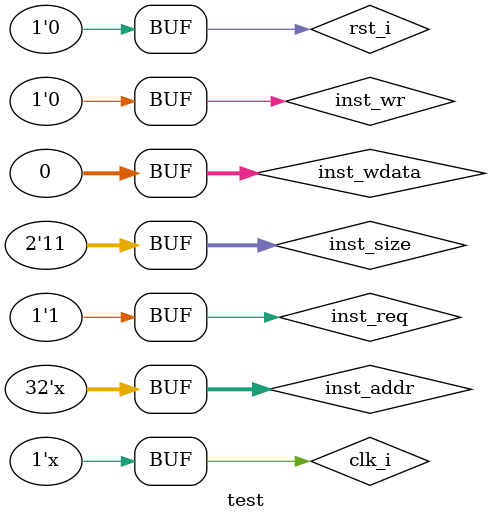
<source format=sv>
`timescale 1ns / 1ps


module test();

    logic        rst_i;
    logic        clk_i;

    logic        inst_req;
    logic        inst_wr;
    logic [1:0]  inst_size;

    logic [31:0] inst_addr;
    logic [31:0] inst_wdata;
    logic [31:0] inst_rdata;
    logic        inst_addr_ok;
    logic        inst_data_ok;

    initial begin
        rst_i         = 1'b1;
        clk_i         = 1'b1;
        inst_req      = 1'b0;
        inst_wr       = 1'b0;
        inst_size =2'b11;
        inst_wdata    =32'b0;
        inst_addr     =32'd4;
        # 500 rst_i    = 1'b0;
        # 50 inst_req = 1'b1;

    end
    always #20 clk_i = ~ clk_i;
    always #20 inst_addr = inst_addr + 4;
    // always #5 inst_req = ~inst_req;

    top top_test(
        .clk_i(clk_i),
        .rst_i(rst_i),

        .inst_req(inst_req),
        .inst_wr(inst_wr),
        .inst_size(inst_size),

        .inst_addr(inst_addr),
        .inst_wdata(inst_wdata),

        .inst_rdata(inst_rdata),
        .inst_addr_ok(inst_addr_ok),
        .inst_data_ok(inst_data_ok)
    );

endmodule

</source>
